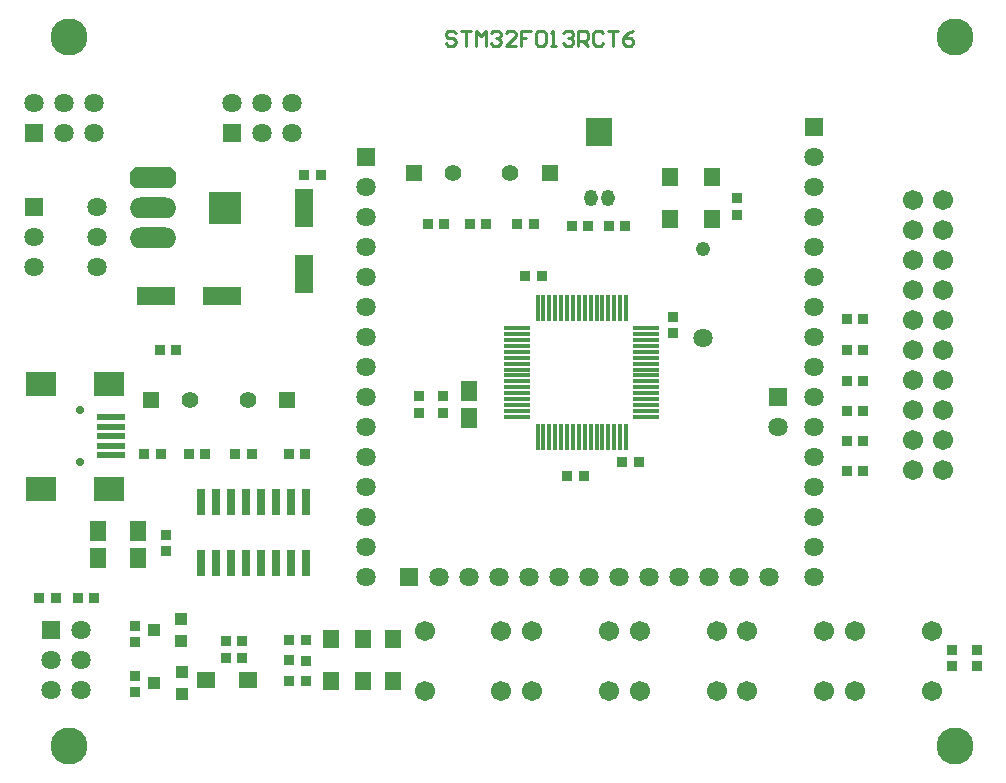
<source format=gts>
%FSLAX24Y24*%
%MOIN*%
G70*
G01*
G75*
G04 Layer_Color=8388736*
%ADD10C,0.0050*%
%ADD11R,0.0500X0.0500*%
%ADD12R,0.0860X0.0921*%
%ADD13R,0.0100X0.0866*%
%ADD14R,0.0866X0.0100*%
%ADD15R,0.0300X0.0300*%
%ADD16R,0.0300X0.0300*%
%ADD17R,0.0374X0.0354*%
%ADD18R,0.0374X0.0354*%
%ADD19R,0.0500X0.0600*%
%ADD20R,0.0591X0.0512*%
%ADD21R,0.0512X0.0591*%
%ADD22R,0.0591X0.1260*%
%ADD23R,0.1260X0.0591*%
%ADD24R,0.0236X0.0866*%
G04:AMPARAMS|DCode=25|XSize=150mil|YSize=65mil|CornerRadius=0mil|HoleSize=0mil|Usage=FLASHONLY|Rotation=0.000|XOffset=0mil|YOffset=0mil|HoleType=Round|Shape=Octagon|*
%AMOCTAGOND25*
4,1,8,0.0750,-0.0163,0.0750,0.0163,0.0588,0.0325,-0.0588,0.0325,-0.0750,0.0163,-0.0750,-0.0163,-0.0588,-0.0325,0.0588,-0.0325,0.0750,-0.0163,0.0*
%
%ADD25OCTAGOND25*%

%ADD26O,0.1500X0.0650*%
%ADD27R,0.1000X0.1000*%
%ADD28R,0.0984X0.0787*%
%ADD29R,0.0906X0.0197*%
%ADD30R,0.0984X0.0787*%
%ADD31C,0.0150*%
%ADD32C,0.0060*%
%ADD33C,0.0200*%
%ADD34C,0.0300*%
%ADD35C,0.0120*%
%ADD36C,0.0400*%
%ADD37C,0.0600*%
%ADD38R,0.0870X0.0290*%
%ADD39R,0.1156X0.0353*%
%ADD40C,0.1181*%
%ADD41C,0.0500*%
%ADD42O,0.0400X0.0500*%
%ADD43C,0.0591*%
%ADD44R,0.0591X0.0591*%
%ADD45R,0.0591X0.0591*%
%ADD46C,0.0620*%
%ADD47C,0.0236*%
%ADD48C,0.0433*%
%ADD49C,0.0240*%
%ADD50O,0.0984X0.2362*%
G04:AMPARAMS|DCode=51|XSize=98.4mil|YSize=236.2mil|CornerRadius=0mil|HoleSize=0mil|Usage=FLASHONLY|Rotation=180.000|XOffset=0mil|YOffset=0mil|HoleType=Round|Shape=Octagon|*
%AMOCTAGOND51*
4,1,8,0.0246,-0.1181,-0.0246,-0.1181,-0.0492,-0.0935,-0.0492,0.0935,-0.0246,0.1181,0.0246,0.1181,0.0492,0.0935,0.0492,-0.0935,0.0246,-0.1181,0.0*
%
%ADD51OCTAGOND51*%

%ADD52R,0.0550X0.0650*%
%ADD53R,0.0520X0.0715*%
%ADD54C,0.0100*%
%ADD55C,0.0080*%
%ADD56C,0.0079*%
%ADD57C,0.0098*%
%ADD58R,0.0100X0.0300*%
%ADD59R,0.0300X0.0100*%
%ADD60R,0.0107X0.0800*%
%ADD61R,0.0800X0.0107*%
%ADD62R,0.0550X0.0550*%
%ADD63R,0.0910X0.0971*%
%ADD64R,0.0150X0.0916*%
%ADD65R,0.0916X0.0150*%
%ADD66R,0.0350X0.0350*%
%ADD67R,0.0350X0.0350*%
%ADD68R,0.0424X0.0404*%
%ADD69R,0.0424X0.0404*%
%ADD70R,0.0550X0.0650*%
%ADD71R,0.0641X0.0562*%
%ADD72R,0.0562X0.0641*%
%ADD73R,0.0641X0.1310*%
%ADD74R,0.1310X0.0641*%
%ADD75R,0.0286X0.0916*%
G04:AMPARAMS|DCode=76|XSize=155mil|YSize=70mil|CornerRadius=0mil|HoleSize=0mil|Usage=FLASHONLY|Rotation=0.000|XOffset=0mil|YOffset=0mil|HoleType=Round|Shape=Octagon|*
%AMOCTAGOND76*
4,1,8,0.0775,-0.0175,0.0775,0.0175,0.0600,0.0350,-0.0600,0.0350,-0.0775,0.0175,-0.0775,-0.0175,-0.0600,-0.0350,0.0600,-0.0350,0.0775,-0.0175,0.0*
%
%ADD76OCTAGOND76*%

%ADD77O,0.1550X0.0700*%
%ADD78R,0.1050X0.1050*%
%ADD79R,0.1034X0.0837*%
%ADD80R,0.0956X0.0247*%
%ADD81R,0.1034X0.0837*%
%ADD82C,0.1231*%
%ADD83C,0.0550*%
%ADD84O,0.0450X0.0550*%
%ADD85C,0.0641*%
%ADD86R,0.0641X0.0641*%
%ADD87R,0.0641X0.0641*%
%ADD88C,0.0670*%
%ADD89C,0.0286*%
%ADD90C,0.0483*%
D54*
X14843Y25717D02*
X14760Y25800D01*
X14593D01*
X14510Y25717D01*
Y25633D01*
X14593Y25550D01*
X14760D01*
X14843Y25467D01*
Y25383D01*
X14760Y25300D01*
X14593D01*
X14510Y25383D01*
X15010Y25800D02*
X15343D01*
X15176D01*
Y25300D01*
X15510D02*
Y25800D01*
X15676Y25633D01*
X15843Y25800D01*
Y25300D01*
X16010Y25717D02*
X16093Y25800D01*
X16259D01*
X16343Y25717D01*
Y25633D01*
X16259Y25550D01*
X16176D01*
X16259D01*
X16343Y25467D01*
Y25383D01*
X16259Y25300D01*
X16093D01*
X16010Y25383D01*
X16843Y25300D02*
X16509D01*
X16843Y25633D01*
Y25717D01*
X16759Y25800D01*
X16593D01*
X16509Y25717D01*
X17342Y25800D02*
X17009D01*
Y25550D01*
X17176D01*
X17009D01*
Y25300D01*
X17509Y25717D02*
X17592Y25800D01*
X17759D01*
X17842Y25717D01*
Y25383D01*
X17759Y25300D01*
X17592D01*
X17509Y25383D01*
Y25717D01*
X18009Y25300D02*
X18175D01*
X18092D01*
Y25800D01*
X18009Y25717D01*
X18425D02*
X18509Y25800D01*
X18675D01*
X18759Y25717D01*
Y25633D01*
X18675Y25550D01*
X18592D01*
X18675D01*
X18759Y25467D01*
Y25383D01*
X18675Y25300D01*
X18509D01*
X18425Y25383D01*
X18925Y25300D02*
Y25800D01*
X19175D01*
X19258Y25717D01*
Y25550D01*
X19175Y25467D01*
X18925D01*
X19092D02*
X19258Y25300D01*
X19758Y25717D02*
X19675Y25800D01*
X19508D01*
X19425Y25717D01*
Y25383D01*
X19508Y25300D01*
X19675D01*
X19758Y25383D01*
X19925Y25800D02*
X20258D01*
X20092D01*
Y25300D01*
X20758Y25800D02*
X20591Y25717D01*
X20425Y25550D01*
Y25383D01*
X20508Y25300D01*
X20675D01*
X20758Y25383D01*
Y25467D01*
X20675Y25550D01*
X20425D01*
D62*
X4697Y13491D02*
D03*
X9224D02*
D03*
X17973Y21071D02*
D03*
X13446D02*
D03*
D63*
X19630Y22425D02*
D03*
D64*
X17572Y16561D02*
D03*
X17769Y16561D02*
D03*
X17966Y16561D02*
D03*
X18163D02*
D03*
X18359Y16561D02*
D03*
X18556Y16561D02*
D03*
X18753D02*
D03*
X18950Y16561D02*
D03*
X19147Y16561D02*
D03*
X19344D02*
D03*
X19541D02*
D03*
X19737Y16561D02*
D03*
X19934Y16561D02*
D03*
X20131D02*
D03*
X20328Y16561D02*
D03*
X20525Y16561D02*
D03*
X20525Y12269D02*
D03*
X20328D02*
D03*
X20131D02*
D03*
X19934Y12269D02*
D03*
X19737Y12269D02*
D03*
X19541D02*
D03*
X19344Y12269D02*
D03*
X19147Y12269D02*
D03*
X18950D02*
D03*
X18753Y12269D02*
D03*
X18556Y12269D02*
D03*
X18359D02*
D03*
X18163D02*
D03*
X17966Y12269D02*
D03*
X17769Y12269D02*
D03*
X17572D02*
D03*
D65*
X21194Y15891D02*
D03*
X21194Y15694D02*
D03*
X21194Y15498D02*
D03*
X21194Y15301D02*
D03*
Y15104D02*
D03*
X21194Y14907D02*
D03*
Y14710D02*
D03*
X21194Y14513D02*
D03*
X21194Y14316D02*
D03*
X21194Y14120D02*
D03*
X21194Y13923D02*
D03*
X21194Y13726D02*
D03*
X21194Y13529D02*
D03*
X21194Y13332D02*
D03*
X21194Y13135D02*
D03*
X21194Y12939D02*
D03*
X16903D02*
D03*
X16903Y13135D02*
D03*
X16903Y13332D02*
D03*
Y13529D02*
D03*
X16903Y13726D02*
D03*
Y13923D02*
D03*
X16903Y14120D02*
D03*
Y14316D02*
D03*
X16903Y14513D02*
D03*
X16903Y14710D02*
D03*
Y14907D02*
D03*
X16903Y15104D02*
D03*
X16903Y15301D02*
D03*
X16903Y15498D02*
D03*
X16903Y15694D02*
D03*
X16903Y15891D02*
D03*
D66*
X5015Y11690D02*
D03*
X4470Y11691D02*
D03*
X28420Y16200D02*
D03*
X27875Y16201D02*
D03*
X28420Y15165D02*
D03*
X27875Y15166D02*
D03*
X7735Y5460D02*
D03*
X7190Y5461D02*
D03*
X28420Y14130D02*
D03*
X27875Y14131D02*
D03*
X28420Y13130D02*
D03*
X27875Y13131D02*
D03*
X28420Y12130D02*
D03*
X27875Y12131D02*
D03*
X7180Y4891D02*
D03*
X7725Y4890D02*
D03*
X15855Y19361D02*
D03*
X15310Y19361D02*
D03*
X1515Y6900D02*
D03*
X970Y6901D02*
D03*
X2245Y6891D02*
D03*
X2790Y6891D02*
D03*
X9845Y5490D02*
D03*
X9300Y5491D02*
D03*
X9845Y4815D02*
D03*
X9300Y4816D02*
D03*
X9845Y4140D02*
D03*
X9300Y4141D02*
D03*
X4980Y15171D02*
D03*
X5525Y15170D02*
D03*
X9800Y20991D02*
D03*
X10345Y20990D02*
D03*
X7500Y11691D02*
D03*
X8045Y11690D02*
D03*
X6500D02*
D03*
X5955Y11691D02*
D03*
X9285D02*
D03*
X9830Y11690D02*
D03*
X28420Y11130D02*
D03*
X27875Y11131D02*
D03*
X14460Y19361D02*
D03*
X13915Y19361D02*
D03*
X20400Y11421D02*
D03*
X20945Y11420D02*
D03*
X16895Y19371D02*
D03*
X17440Y19371D02*
D03*
X19260Y19311D02*
D03*
X18715Y19311D02*
D03*
X18565Y10981D02*
D03*
X19110Y10980D02*
D03*
X19950Y19311D02*
D03*
X20495Y19310D02*
D03*
X17705Y17620D02*
D03*
X17160Y17621D02*
D03*
D67*
X4140Y4311D02*
D03*
X4139Y3766D02*
D03*
X13611Y13626D02*
D03*
X13610Y13081D02*
D03*
X4141Y5416D02*
D03*
X4141Y5961D02*
D03*
X32219Y4636D02*
D03*
X32220Y5181D02*
D03*
X14420Y13081D02*
D03*
X14421Y13626D02*
D03*
X31399Y4636D02*
D03*
X31400Y5181D02*
D03*
X5181Y8996D02*
D03*
X5180Y8451D02*
D03*
X22090Y15720D02*
D03*
X22091Y16265D02*
D03*
X24229Y19676D02*
D03*
X24230Y20221D02*
D03*
D68*
X4780Y4061D02*
D03*
X5705Y3687D02*
D03*
X5700Y5453D02*
D03*
X4775Y5827D02*
D03*
D69*
X5705Y4435D02*
D03*
X5700Y6201D02*
D03*
D70*
X2920Y9121D02*
D03*
Y8221D02*
D03*
X15280Y12891D02*
D03*
Y13791D02*
D03*
X4270Y9121D02*
D03*
Y8221D02*
D03*
D71*
X6530Y4161D02*
D03*
X7930D02*
D03*
D72*
X12750Y5541D02*
D03*
Y4141D02*
D03*
X11750Y5541D02*
D03*
Y4141D02*
D03*
X10700Y5541D02*
D03*
Y4141D02*
D03*
X23380Y19521D02*
D03*
Y20921D02*
D03*
X21980Y19541D02*
D03*
Y20941D02*
D03*
D73*
X9800Y17688D02*
D03*
Y19891D02*
D03*
D74*
X7052Y16981D02*
D03*
X4850D02*
D03*
D75*
X6350Y8067D02*
D03*
X6850D02*
D03*
X7350D02*
D03*
X7850D02*
D03*
X8350D02*
D03*
X8850D02*
D03*
X9350D02*
D03*
X9850D02*
D03*
X6350Y10114D02*
D03*
X6850D02*
D03*
X7350D02*
D03*
X7850D02*
D03*
X8350D02*
D03*
X8850D02*
D03*
X9350D02*
D03*
X9850D02*
D03*
D76*
X4760Y20911D02*
D03*
D77*
Y18911D02*
D03*
Y19911D02*
D03*
D78*
X7160D02*
D03*
D79*
X1036Y14043D02*
D03*
X3301D02*
D03*
X1036Y10539D02*
D03*
D80*
X3341Y11976D02*
D03*
Y12291D02*
D03*
Y12606D02*
D03*
Y12920D02*
D03*
Y11661D02*
D03*
D81*
X3301Y10539D02*
D03*
D82*
X1969Y25591D02*
D03*
X31496D02*
D03*
Y1969D02*
D03*
X1969D02*
D03*
D83*
X6000Y13491D02*
D03*
X7921D02*
D03*
X16670Y21071D02*
D03*
X14749D02*
D03*
D84*
X19920Y20225D02*
D03*
X19360D02*
D03*
D85*
X9400Y23391D02*
D03*
Y22391D02*
D03*
X8400Y23391D02*
D03*
Y22391D02*
D03*
X7400Y23391D02*
D03*
X2800D02*
D03*
Y22391D02*
D03*
X1800Y23391D02*
D03*
Y22391D02*
D03*
X800Y23391D02*
D03*
X25580Y12591D02*
D03*
X25290Y7601D02*
D03*
X24290D02*
D03*
X23290D02*
D03*
X22290D02*
D03*
X21290D02*
D03*
X20290D02*
D03*
X19290D02*
D03*
X18290D02*
D03*
X17290D02*
D03*
X16290D02*
D03*
X15290D02*
D03*
X14290D02*
D03*
X11840Y20601D02*
D03*
Y19601D02*
D03*
Y18601D02*
D03*
Y17601D02*
D03*
Y16601D02*
D03*
Y15601D02*
D03*
Y14601D02*
D03*
Y13601D02*
D03*
Y12601D02*
D03*
Y11601D02*
D03*
Y10601D02*
D03*
Y9601D02*
D03*
Y8601D02*
D03*
Y7601D02*
D03*
X26780D02*
D03*
Y8601D02*
D03*
Y9601D02*
D03*
Y10601D02*
D03*
Y11601D02*
D03*
Y12601D02*
D03*
Y13601D02*
D03*
Y14601D02*
D03*
Y15601D02*
D03*
Y16601D02*
D03*
Y17601D02*
D03*
Y18601D02*
D03*
Y19601D02*
D03*
Y20601D02*
D03*
Y21601D02*
D03*
X2360Y3821D02*
D03*
X1360D02*
D03*
X2360Y4821D02*
D03*
X1360D02*
D03*
X2360Y5821D02*
D03*
X774Y18941D02*
D03*
Y17941D02*
D03*
X2900D02*
D03*
Y18941D02*
D03*
Y19941D02*
D03*
X23090Y15564D02*
D03*
D86*
X7400Y22391D02*
D03*
X800D02*
D03*
X13290Y7601D02*
D03*
X774Y19941D02*
D03*
D87*
X25580Y13591D02*
D03*
X11840Y21601D02*
D03*
X26780Y22601D02*
D03*
X1360Y5821D02*
D03*
D88*
X31080Y11151D02*
D03*
X30080D02*
D03*
X31080Y12151D02*
D03*
X30080D02*
D03*
X31080Y13151D02*
D03*
X30080D02*
D03*
X31080Y14151D02*
D03*
X30080D02*
D03*
X31080Y15151D02*
D03*
X30080D02*
D03*
X31080Y16151D02*
D03*
X30080D02*
D03*
X31080Y17151D02*
D03*
X30080D02*
D03*
X31080Y18151D02*
D03*
X30080D02*
D03*
X31080Y19151D02*
D03*
X30080D02*
D03*
X31080Y20151D02*
D03*
X30080D02*
D03*
X30709Y3811D02*
D03*
X28150D02*
D03*
X30709Y5811D02*
D03*
X28150D02*
D03*
X27124Y3811D02*
D03*
X24565D02*
D03*
X27124Y5811D02*
D03*
X24565D02*
D03*
X23539Y3811D02*
D03*
X20980D02*
D03*
X23539Y5811D02*
D03*
X20980D02*
D03*
X19954Y3811D02*
D03*
X17395D02*
D03*
X19954Y5811D02*
D03*
X17395D02*
D03*
X16369Y3811D02*
D03*
X13810D02*
D03*
X16369Y5811D02*
D03*
X13810D02*
D03*
D89*
X2317Y11424D02*
D03*
Y13157D02*
D03*
D90*
X23100Y18516D02*
D03*
M02*

</source>
